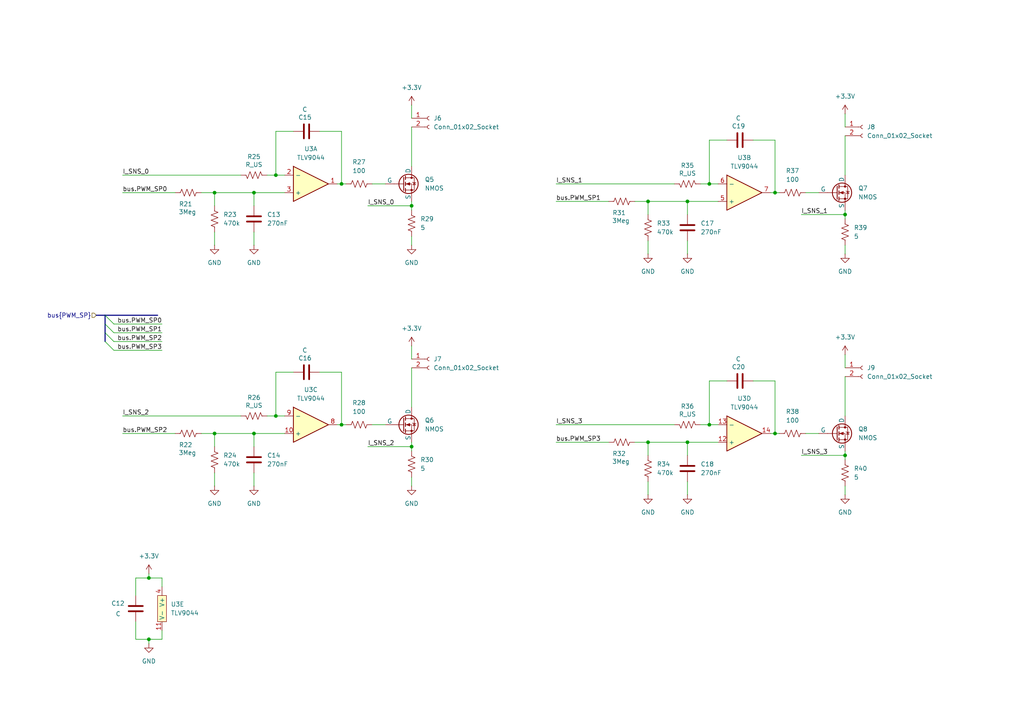
<source format=kicad_sch>
(kicad_sch (version 20231120) (generator "eeschema") (generator_version "8.0")
  (paper "A4")
  (lib_symbols
    (symbol "Connector:Conn_01x02_Socket" (pin_names (offset 1.016) hide)
      (property "Reference" "J" (at 0 2.54 0))
      (property "Value" "Conn_01x02_Socket" (at 0 -5.08 0))
      (symbol "Conn_01x02_Socket_1_1"
        (arc (start 0 -2.032) (mid -0.5058 -2.54) (end 0 -3.048) (stroke (width 0.1524)))
        (polyline (pts (xy -1.27 -2.54) (xy -0.508 -2.54)) (stroke (width 0.1524)))
        (polyline (pts (xy -1.27 0) (xy -0.508 0)) (stroke (width 0.1524)))
        (arc (start 0 0.508) (mid -0.5058 0) (end 0 -0.508) (stroke (width 0.1524)))
        (pin passive line (at -5.08 0 0) (length 3.81) (name "Pin_1") (number "1"))
        (pin passive line (at -5.08 -2.54 0) (length 3.81) (name "Pin_2") (number "2"))
      )
    )
    (symbol "Device:C" (pin_numbers hide) (pin_names (offset 0.254))
      (property "Reference" "C" (at 0.635 2.54 0))
      (property "Value" "C" (at 0.635 -2.54 0))
      (symbol "C_0_1"
        (polyline (pts (xy -2.032 -0.762) (xy 2.032 -0.762)) (stroke (width 0.508)))
        (polyline (pts (xy -2.032 0.762) (xy 2.032 0.762)) (stroke (width 0.508)))
      )
      (symbol "C_1_1"
        (pin passive line (at 0 3.81 270) (length 2.794) (name "~") (number "1"))
        (pin passive line (at 0 -3.81 90) (length 2.794) (name "~") (number "2"))
      )
    )
    (symbol "Device:R_US" (pin_numbers hide) (pin_names (offset 0))
      (property "Reference" "R" (at 2.54 0 90))
      (property "Value" "R_US" (at -2.54 0 90))
      (symbol "R_US_0_1"
        (polyline (pts (xy 0 -2.286) (xy 0 -2.54)))
        (polyline (pts (xy 0 2.286) (xy 0 2.54)))
        (polyline (pts (xy 0 -0.762) (xy 1.016 -1.143) (xy 0 -1.524) (xy -1.016 -1.905) (xy 0 -2.286)))
        (polyline (pts (xy 0 0.762) (xy 1.016 0.381) (xy 0 0) (xy -1.016 -0.381) (xy 0 -0.762)))
        (polyline (pts (xy 0 2.286) (xy 1.016 1.905) (xy 0 1.524) (xy -1.016 1.143) (xy 0 0.762)))
      )
      (symbol "R_US_1_1"
        (pin passive line (at 0 3.81 270) (length 1.27) (name "~") (number "1"))
        (pin passive line (at 0 -3.81 90) (length 1.27) (name "~") (number "2"))
      )
    )
    (symbol "Simulation_SPICE:NMOS" (pin_numbers hide) (pin_names (offset 0))
      (property "Reference" "Q" (at 5.08 1.27 0))
      (property "Value" "NMOS" (at 5.08 -1.27 0))
      (symbol "NMOS_0_1"
        (polyline (pts (xy 0.254 0) (xy -2.54 0)))
        (polyline (pts (xy 0.254 1.905) (xy 0.254 -1.905)) (stroke (width 0.254)))
        (polyline (pts (xy 0.762 -1.27) (xy 0.762 -2.286)) (stroke (width 0.254)))
        (polyline (pts (xy 0.762 0.508) (xy 0.762 -0.508)) (stroke (width 0.254)))
        (polyline (pts (xy 0.762 2.286) (xy 0.762 1.27)) (stroke (width 0.254)))
        (polyline (pts (xy 2.54 2.54) (xy 2.54 1.778)))
        (polyline (pts (xy 2.54 -2.54) (xy 2.54 0) (xy 0.762 0)))
        (polyline (pts (xy 0.762 -1.778) (xy 3.302 -1.778) (xy 3.302 1.778) (xy 0.762 1.778)))
        (polyline (pts (xy 1.016 0) (xy 2.032 0.381) (xy 2.032 -0.381) (xy 1.016 0)) (fill (type outline)))
        (polyline (pts (xy 2.794 0.508) (xy 2.921 0.381) (xy 3.683 0.381) (xy 3.81 0.254)))
        (polyline (pts (xy 3.302 0.381) (xy 2.921 -0.254) (xy 3.683 -0.254) (xy 3.302 0.381)))
        (circle (center 1.651 0) (radius 2.794) (stroke (width 0.254)))
        (circle (center 2.54 -1.778) (radius 0.254) (fill (type outline)))
        (circle (center 2.54 1.778) (radius 0.254) (fill (type outline)))
      )
      (symbol "NMOS_1_1"
        (pin passive line (at 2.54 5.08 270) (length 2.54) (name "D") (number "1"))
        (pin input line (at -5.08 0 0) (length 2.54) (name "G") (number "2"))
        (pin passive line (at 2.54 -5.08 90) (length 2.54) (name "S") (number "3"))
      )
    )
    (symbol "ap_built:TLV9044"
      (property "Reference" "U" (at 3.81 -2.54 0))
      (property "Value" "TLV9044" (at 6.35 -5.08 0))
      (symbol "TLV9044_1_1"
        (polyline (pts (xy -3.81 5.08) (xy 6.35 0) (xy -3.81 -5.08) (xy -3.81 5.08)) (stroke (width 0.254)) (fill (type background)))
        (pin output line (at 8.89 0 180) (length 2.54) (name "~") (number "1"))
        (pin input line (at -6.35 2.54 0) (length 2.54) (name "-") (number "2"))
        (pin input line (at -6.35 -2.54 0) (length 2.54) (name "+") (number "3"))
      )
      (symbol "TLV9044_2_1"
        (polyline (pts (xy -3.81 5.08) (xy 6.35 0) (xy -3.81 -5.08) (xy -3.81 5.08)) (stroke (width 0.254)) (fill (type background)))
        (pin input line (at -6.35 -2.54 0) (length 2.54) (name "+") (number "5"))
        (pin input line (at -6.35 2.54 0) (length 2.54) (name "-") (number "6"))
        (pin output line (at 8.89 0 180) (length 2.54) (name "~") (number "7"))
      )
      (symbol "TLV9044_3_1"
        (polyline (pts (xy -3.81 5.08) (xy 6.35 0) (xy -3.81 -5.08) (xy -3.81 5.08)) (stroke (width 0.254)) (fill (type background)))
        (pin input line (at -6.35 -2.54 0) (length 2.54) (name "+") (number "10"))
        (pin output line (at 8.89 0 180) (length 2.54) (name "~") (number "8"))
        (pin input line (at -6.35 2.54 0) (length 2.54) (name "-") (number "9"))
      )
      (symbol "TLV9044_4_1"
        (polyline (pts (xy -3.81 5.08) (xy 6.35 0) (xy -3.81 -5.08) (xy -3.81 5.08)) (stroke (width 0.254)) (fill (type background)))
        (pin input line (at -6.35 -2.54 0) (length 2.54) (name "+") (number "12"))
        (pin input line (at -6.35 2.54 0) (length 2.54) (name "-") (number "13"))
        (pin output line (at 8.89 0 180) (length 2.54) (name "~") (number "14"))
      )
      (symbol "TLV9044_5_1"
        (rectangle (start -1.27 3.81) (end 1.27 -3.81) (stroke (width 0.1524)) (fill (type background)))
        (pin input line (at 0 -6.35 90) (length 2.54) (name "V-") (number "11"))
        (pin input line (at 0 6.35 270) (length 2.54) (name "V+") (number "4"))
      )
    )
    (symbol "power:+3.3V" (power) (pin_numbers hide) (pin_names (offset 0) hide)
      (property "Value" "+3.3V" (at 0 3.556 0))
      (symbol "+3.3V_0_1"
        (polyline (pts (xy -0.762 1.27) (xy 0 2.54)))
        (polyline (pts (xy 0 0) (xy 0 2.54)))
        (polyline (pts (xy 0 2.54) (xy 0.762 1.27)))
      )
      (symbol "+3.3V_1_1"
        (pin power_in line (at 0 0 90) (length 0) (name "~") (number "1"))
      )
    )
    (symbol "power:GND" (power) (pin_numbers hide) (pin_names (offset 0) hide)
      (property "Value" "GND" (at 0 -3.81 0))
      (symbol "GND_0_1"
        (polyline (pts (xy 0 0) (xy 0 -1.27) (xy 1.27 -1.27) (xy 0 -2.54) (xy -1.27 -1.27) (xy 0 -1.27)))
      )
      (symbol "GND_1_1"
        (pin power_in line (at 0 0 270) (length 0) (name "~") (number "1"))
      )
    )
  )
  (junction (at 245.11 132.08))
  (junction (at 119.38 129.54))
  (junction (at 99.06 53.34))
  (junction (at 199.39 128.27))
  (junction (at 80.01 50.8))
  (junction (at 205.74 53.34))
  (junction (at 205.74 123.19))
  (junction (at 119.38 59.69))
  (junction (at 73.66 125.73))
  (junction (at 224.79 55.88))
  (junction (at 187.96 58.42))
  (junction (at 245.11 62.23))
  (junction (at 62.23 55.88))
  (junction (at 62.23 125.73))
  (junction (at 199.39 58.42))
  (junction (at 73.66 55.88))
  (junction (at 80.01 120.65))
  (junction (at 43.18 185.42))
  (junction (at 99.06 123.19))
  (junction (at 43.18 167.64))
  (junction (at 187.96 128.27))
  (junction (at 224.79 125.73))
  (bus_entry (at 30.48 96.52) (size 2.54 2.54))
  (bus_entry (at 30.48 99.06) (size 2.54 2.54))
  (bus_entry (at 30.48 91.44) (size 2.54 2.54))
  (bus_entry (at 30.48 93.98) (size 2.54 2.54))
  (wire (pts (xy 35.56 120.65) (xy 69.85 120.65)))
  (wire (pts (xy 119.38 128.27) (xy 119.38 129.54)))
  (wire (pts (xy 43.18 186.69) (xy 43.18 185.42)))
  (wire (pts (xy 161.29 58.42) (xy 176.53 58.42)))
  (wire (pts (xy 92.71 38.1) (xy 99.06 38.1)))
  (wire (pts (xy 33.02 96.52) (xy 46.99 96.52)))
  (wire (pts (xy 245.11 71.12) (xy 245.11 73.66)))
  (wire (pts (xy 199.39 132.08) (xy 199.39 128.27)))
  (wire (pts (xy 43.18 166.37) (xy 43.18 167.64)))
  (wire (pts (xy 119.38 100.33) (xy 119.38 104.14)))
  (wire (pts (xy 107.95 123.19) (xy 111.76 123.19)))
  (wire (pts (xy 35.56 125.73) (xy 50.8 125.73)))
  (wire (pts (xy 97.79 53.34) (xy 99.06 53.34)))
  (wire (pts (xy 119.38 58.42) (xy 119.38 59.69)))
  (wire (pts (xy 35.56 50.8) (xy 69.85 50.8)))
  (wire (pts (xy 80.01 38.1) (xy 80.01 50.8)))
  (wire (pts (xy 58.42 55.88) (xy 62.23 55.88)))
  (wire (pts (xy 224.79 55.88) (xy 226.06 55.88)))
  (wire (pts (xy 62.23 59.69) (xy 62.23 55.88)))
  (wire (pts (xy 184.15 128.27) (xy 187.96 128.27)))
  (wire (pts (xy 33.02 99.06) (xy 46.99 99.06)))
  (wire (pts (xy 232.41 62.23) (xy 245.11 62.23)))
  (wire (pts (xy 233.68 55.88) (xy 237.49 55.88)))
  (wire (pts (xy 233.68 125.73) (xy 237.49 125.73)))
  (wire (pts (xy 73.66 71.12) (xy 73.66 67.31)))
  (wire (pts (xy 119.38 59.69) (xy 119.38 60.96)))
  (wire (pts (xy 58.42 125.73) (xy 62.23 125.73)))
  (wire (pts (xy 85.09 38.1) (xy 80.01 38.1)))
  (wire (pts (xy 33.02 101.6) (xy 46.99 101.6)))
  (wire (pts (xy 199.39 62.23) (xy 199.39 58.42)))
  (wire (pts (xy 80.01 50.8) (xy 82.55 50.8)))
  (wire (pts (xy 99.06 107.95) (xy 99.06 123.19)))
  (wire (pts (xy 33.02 93.98) (xy 46.99 93.98)))
  (wire (pts (xy 85.09 107.95) (xy 80.01 107.95)))
  (wire (pts (xy 205.74 110.49) (xy 205.74 123.19)))
  (wire (pts (xy 203.2 123.19) (xy 205.74 123.19)))
  (wire (pts (xy 62.23 55.88) (xy 73.66 55.88)))
  (wire (pts (xy 223.52 125.73) (xy 224.79 125.73)))
  (wire (pts (xy 199.39 143.51) (xy 199.39 139.7)))
  (wire (pts (xy 205.74 53.34) (xy 208.28 53.34)))
  (wire (pts (xy 199.39 73.66) (xy 199.39 69.85)))
  (wire (pts (xy 245.11 39.37) (xy 245.11 50.8)))
  (wire (pts (xy 199.39 128.27) (xy 208.28 128.27)))
  (wire (pts (xy 62.23 140.97) (xy 62.23 137.16)))
  (bus (pts (xy 30.48 93.98) (xy 30.48 96.52)))
  (wire (pts (xy 39.37 172.72) (xy 39.37 167.64)))
  (wire (pts (xy 106.68 129.54) (xy 119.38 129.54)))
  (wire (pts (xy 46.99 167.64) (xy 46.99 170.18)))
  (wire (pts (xy 245.11 109.22) (xy 245.11 120.65)))
  (wire (pts (xy 224.79 110.49) (xy 224.79 125.73)))
  (wire (pts (xy 73.66 55.88) (xy 82.55 55.88)))
  (wire (pts (xy 43.18 167.64) (xy 46.99 167.64)))
  (wire (pts (xy 77.47 50.8) (xy 80.01 50.8)))
  (wire (pts (xy 97.79 123.19) (xy 99.06 123.19)))
  (wire (pts (xy 187.96 73.66) (xy 187.96 69.85)))
  (wire (pts (xy 119.38 138.43) (xy 119.38 140.97)))
  (wire (pts (xy 107.95 53.34) (xy 111.76 53.34)))
  (wire (pts (xy 99.06 123.19) (xy 100.33 123.19)))
  (wire (pts (xy 232.41 132.08) (xy 245.11 132.08)))
  (wire (pts (xy 218.44 40.64) (xy 224.79 40.64)))
  (wire (pts (xy 62.23 71.12) (xy 62.23 67.31)))
  (wire (pts (xy 223.52 55.88) (xy 224.79 55.88)))
  (wire (pts (xy 184.15 58.42) (xy 187.96 58.42)))
  (wire (pts (xy 199.39 58.42) (xy 208.28 58.42)))
  (wire (pts (xy 161.29 128.27) (xy 176.53 128.27)))
  (wire (pts (xy 73.66 129.54) (xy 73.66 125.73)))
  (wire (pts (xy 99.06 53.34) (xy 100.33 53.34)))
  (wire (pts (xy 245.11 132.08) (xy 245.11 133.35)))
  (bus (pts (xy 27.94 91.44) (xy 30.48 91.44)))
  (wire (pts (xy 39.37 185.42) (xy 43.18 185.42)))
  (wire (pts (xy 205.74 40.64) (xy 205.74 53.34)))
  (wire (pts (xy 73.66 59.69) (xy 73.66 55.88)))
  (wire (pts (xy 62.23 129.54) (xy 62.23 125.73)))
  (wire (pts (xy 187.96 62.23) (xy 187.96 58.42)))
  (wire (pts (xy 161.29 53.34) (xy 195.58 53.34)))
  (wire (pts (xy 210.82 40.64) (xy 205.74 40.64)))
  (wire (pts (xy 187.96 128.27) (xy 199.39 128.27)))
  (wire (pts (xy 39.37 167.64) (xy 43.18 167.64)))
  (wire (pts (xy 224.79 125.73) (xy 226.06 125.73)))
  (wire (pts (xy 119.38 30.48) (xy 119.38 34.29)))
  (wire (pts (xy 73.66 140.97) (xy 73.66 137.16)))
  (wire (pts (xy 245.11 102.87) (xy 245.11 106.68)))
  (wire (pts (xy 245.11 62.23) (xy 245.11 63.5)))
  (wire (pts (xy 80.01 107.95) (xy 80.01 120.65)))
  (wire (pts (xy 119.38 129.54) (xy 119.38 130.81)))
  (wire (pts (xy 224.79 40.64) (xy 224.79 55.88)))
  (wire (pts (xy 119.38 36.83) (xy 119.38 48.26)))
  (wire (pts (xy 187.96 143.51) (xy 187.96 139.7)))
  (wire (pts (xy 161.29 123.19) (xy 195.58 123.19)))
  (wire (pts (xy 43.18 185.42) (xy 46.99 185.42)))
  (wire (pts (xy 77.47 120.65) (xy 80.01 120.65)))
  (wire (pts (xy 106.68 59.69) (xy 119.38 59.69)))
  (bus (pts (xy 30.48 91.44) (xy 45.72 91.44)))
  (bus (pts (xy 30.48 91.44) (xy 30.48 93.98)))
  (wire (pts (xy 203.2 53.34) (xy 205.74 53.34)))
  (wire (pts (xy 245.11 130.81) (xy 245.11 132.08)))
  (wire (pts (xy 119.38 68.58) (xy 119.38 71.12)))
  (wire (pts (xy 187.96 58.42) (xy 199.39 58.42)))
  (wire (pts (xy 245.11 33.02) (xy 245.11 36.83)))
  (wire (pts (xy 46.99 185.42) (xy 46.99 182.88)))
  (wire (pts (xy 92.71 107.95) (xy 99.06 107.95)))
  (wire (pts (xy 62.23 125.73) (xy 73.66 125.73)))
  (wire (pts (xy 35.56 55.88) (xy 50.8 55.88)))
  (wire (pts (xy 245.11 60.96) (xy 245.11 62.23)))
  (wire (pts (xy 73.66 125.73) (xy 82.55 125.73)))
  (wire (pts (xy 218.44 110.49) (xy 224.79 110.49)))
  (wire (pts (xy 205.74 123.19) (xy 208.28 123.19)))
  (wire (pts (xy 80.01 120.65) (xy 82.55 120.65)))
  (wire (pts (xy 99.06 38.1) (xy 99.06 53.34)))
  (wire (pts (xy 39.37 180.34) (xy 39.37 185.42)))
  (wire (pts (xy 210.82 110.49) (xy 205.74 110.49)))
  (wire (pts (xy 119.38 106.68) (xy 119.38 118.11)))
  (wire (pts (xy 187.96 132.08) (xy 187.96 128.27)))
  (bus (pts (xy 30.48 96.52) (xy 30.48 99.06)))
  (wire (pts (xy 245.11 140.97) (xy 245.11 143.51)))
  (label "I_SNS_3" (at 232.41 132.08 0))
  (label "bus.PWM_SP1" (at 46.99 96.52 180))
  (label "bus.PWM_SP2" (at 35.56 125.73 0))
  (label "bus.PWM_SP0" (at 35.56 55.88 0))
  (label "bus.PWM_SP2" (at 46.99 99.06 180))
  (label "bus.PWM_SP3" (at 46.99 101.6 180))
  (label "I_SNS_2" (at 106.68 129.54 0))
  (label "I_SNS_1" (at 232.41 62.23 0))
  (label "bus.PWM_SP1" (at 161.29 58.42 0))
  (label "I_SNS_3" (at 161.29 123.19 0))
  (label "I_SNS_1" (at 161.29 53.34 0))
  (label "I_SNS_0" (at 35.56 50.8 0))
  (label "bus.PWM_SP0" (at 46.99 93.98 180))
  (label "bus.PWM_SP3" (at 161.29 128.27 0))
  (label "I_SNS_0" (at 106.68 59.69 0))
  (label "I_SNS_2" (at 35.56 120.65 0))
  (hierarchical_label "bus{PWM_SP}" (shape input) (at 27.94 91.44 180))
  (symbol (lib_id "Device:C") (at 39.37 176.53 0) (unit 1)
    (property "Reference" "C12" (at 32.258 175.006 0) (effects (justify left)))
    (property "Value" "C" (at 33.528 178.054 0) (effects (justify left)))
    (property "Footprint" "Capacitor_SMD:C_0603_1608Metric" (effects (hide yes)))
    (property "Description" "Unpolarized capacitor" (effects (hide yes)))
    (instances (project "SMA_Test_Bed" (path "" (reference "C12") (unit 1)) (path "" (reference "C30") (unit 1)) (path "" (reference "C21") (unit 1)) (path "" (reference "C3") (unit 1))))
  )
  (symbol (lib_id "Device:C") (at 73.66 63.5 0) (unit 1)
    (property "Reference" "C13" (at 77.47 62.2299 0) (effects (justify left)))
    (property "Value" "270nF" (at 77.47 64.7699 0) (effects (justify left)))
    (property "Footprint" "Capacitor_SMD:C_0603_1608Metric" (effects (hide yes)))
    (property "Description" "Unpolarized capacitor" (effects (hide yes)))
    (instances (project "SMA_Test_Bed" (path "" (reference "C13") (unit 1)) (path "" (reference "C31") (unit 1)) (path "" (reference "C22") (unit 1)) (path "" (reference "C4") (unit 1))))
  )
  (symbol (lib_id "Simulation_SPICE:NMOS") (at 242.57 125.73 0) (unit 1)
    (property "Reference" "Q8" (at 248.92 124.4599 0) (effects (justify left)))
    (property "Value" "NMOS" (at 248.92 126.9999 0) (effects (justify left)))
    (property "Footprint" "Package_TO_SOT_SMD:SOT-23-3" (effects (hide yes)))
    (property "Datasheet" "https://ngspice.sourceforge.io/docs/ngspice-html-manual/manual.xhtml#cha_MOSFETs" (effects (hide yes)))
    (property "Description" "N-MOSFET transistor, drain/source/gate" (effects (hide yes)))
    (property "Sim.Device" "NMOS" (effects (hide yes)))
    (property "Sim.Type" "VDMOS" (effects (hide yes)))
    (property "Sim.Pins" "1=D 2=G 3=S" (effects (hide yes)))
    (instances (project "SMA_Test_Bed" (path "" (reference "Q8") (unit 1)) (path "" (reference "Q16") (unit 1)) (path "" (reference "Q12") (unit 1)) (path "" (reference "Q4") (unit 1))))
  )
  (symbol (lib_id "Device:R_US") (at 187.96 135.89 0) (unit 1)
    (property "Reference" "R34" (at 190.5 134.6199 0) (effects (justify left)))
    (property "Value" "470k" (at 190.5 137.1599 0) (effects (justify left)))
    (property "Footprint" "Resistor_SMD:R_0603_1608Metric" (effects (hide yes)))
    (property "Description" "Resistor, US symbol" (effects (hide yes)))
    (instances (project "SMA_Test_Bed" (path "" (reference "R34") (unit 1)) (path "" (reference "R74") (unit 1)) (path "" (reference "R54") (unit 1)) (path "" (reference "R14") (unit 1))))
  )
  (symbol (lib_id "Device:C") (at 88.9 38.1 90) (unit 1)
    (property "Reference" "C15" (at 90.424 34.036 90) (effects (justify left)))
    (property "Value" "C" (at 89.154 31.75 90) (effects (justify left)))
    (property "Footprint" "Capacitor_SMD:C_0603_1608Metric" (effects (hide yes)))
    (property "Description" "Unpolarized capacitor" (effects (hide yes)))
    (instances (project "SMA_Test_Bed" (path "" (reference "C15") (unit 1)) (path "" (reference "C33") (unit 1)) (path "" (reference "C24") (unit 1)) (path "" (reference "C6") (unit 1))))
  )
  (symbol (lib_id "power:+3.3V") (at 119.38 30.48 0) (unit 1)
    (property "Reference" "#PWR016" (effects (hide yes)))
    (property "Value" "+3.3V" (at 119.38 25.4 0))
    (property "Description" "Power symbol creates a global label with name \"+3.3V\"" (effects (hide yes)))
    (instances (project "SMA_Test_Bed" (path "" (reference "#PWR016") (unit 1)) (path "" (reference "#PWR024") (unit 1)) (path "" (reference "#PWR018") (unit 1)) (path "" (reference "#PWR07") (unit 1))))
  )
  (symbol (lib_id "Device:R_US") (at 245.11 67.31 180) (unit 1)
    (property "Reference" "R39" (at 247.65 66.0399 0) (effects (justify right)))
    (property "Value" "5" (at 247.65 68.5799 0) (effects (justify right)))
    (property "Footprint" "Resistor_SMD:R_0603_1608Metric" (effects (hide yes)))
    (property "Description" "Resistor, US symbol" (effects (hide yes)))
    (instances (project "SMA_Test_Bed" (path "" (reference "R39") (unit 1)) (path "" (reference "R79") (unit 1)) (path "" (reference "R59") (unit 1)) (path "" (reference "R19") (unit 1))))
  )
  (symbol (lib_id "ap_built:TLV9044") (at 214.63 55.88 0) (unit 2)
    (property "Reference" "U3" (at 215.9 45.72 0))
    (property "Value" "TLV9044" (at 215.9 48.26 0))
    (property "Footprint" "Package_SO:SOIC-14_3.9x8.7mm_P1.27mm" (effects (hide yes)))
    (instances (project "SMA_Test_Bed" (path "" (reference "U3") (unit 2)) (path "" (reference "U5") (unit 2)) (path "" (reference "U4") (unit 2)) (path "" (reference "U2") (unit 2))))
  )
  (symbol (lib_id "Connector:Conn_01x02_Socket") (at 124.46 34.29 0) (unit 1)
    (property "Reference" "J6" (at 125.73 34.2899 0) (effects (justify left)))
    (property "Value" "Conn_01x02_Socket" (at 125.73 36.8299 0) (effects (justify left)))
    (property "Footprint" "ap_built:SMA_MHs_Small" (effects (hide yes)))
    (property "Description" "Generic connector, single row, 01x02, script generated" (effects (hide yes)))
    (instances (project "SMA_Test_Bed" (path "" (reference "J6") (unit 1)) (path "" (reference "J14") (unit 1)) (path "" (reference "J10") (unit 1)) (path "" (reference "J2") (unit 1))))
  )
  (symbol (lib_id "Device:C") (at 199.39 135.89 0) (unit 1)
    (property "Reference" "C18" (at 203.2 134.6199 0) (effects (justify left)))
    (property "Value" "270nF" (at 203.2 137.1599 0) (effects (justify left)))
    (property "Footprint" "Capacitor_SMD:C_0603_1608Metric" (effects (hide yes)))
    (property "Description" "Unpolarized capacitor" (effects (hide yes)))
    (instances (project "SMA_Test_Bed" (path "" (reference "C18") (unit 1)) (path "" (reference "C36") (unit 1)) (path "" (reference "C27") (unit 1)) (path "" (reference "C9") (unit 1))))
  )
  (symbol (lib_id "ap_built:TLV9044") (at 214.63 125.73 0) (unit 4)
    (property "Reference" "U3" (at 215.9 115.57 0))
    (property "Value" "TLV9044" (at 215.9 118.11 0))
    (property "Footprint" "Package_SO:SOIC-14_3.9x8.7mm_P1.27mm" (effects (hide yes)))
    (instances (project "SMA_Test_Bed" (path "" (reference "U3") (unit 4)) (path "" (reference "U5") (unit 4)) (path "" (reference "U4") (unit 4)) (path "" (reference "U2") (unit 4))))
  )
  (symbol (lib_id "Device:C") (at 214.63 110.49 90) (unit 1)
    (property "Reference" "C20" (at 216.154 106.426 90) (effects (justify left)))
    (property "Value" "C" (at 214.884 104.14 90) (effects (justify left)))
    (property "Footprint" "Capacitor_SMD:C_0603_1608Metric" (effects (hide yes)))
    (property "Description" "Unpolarized capacitor" (effects (hide yes)))
    (instances (project "SMA_Test_Bed" (path "" (reference "C20") (unit 1)) (path "" (reference "C38") (unit 1)) (path "" (reference "C29") (unit 1)) (path "" (reference "C11") (unit 1))))
  )
  (symbol (lib_id "power:+3.3V") (at 245.11 33.02 0) (unit 1)
    (property "Reference" "#PWR052" (effects (hide yes)))
    (property "Value" "+3.3V" (at 245.11 27.94 0))
    (property "Description" "Power symbol creates a global label with name \"+3.3V\"" (effects (hide yes)))
    (instances (project "SMA_Test_Bed" (path "" (reference "#PWR052") (unit 1)) (path "" (reference "#PWR060") (unit 1)) (path "" (reference "#PWR054") (unit 1)) (path "" (reference "#PWR044") (unit 1))))
  )
  (symbol (lib_id "power:GND") (at 73.66 71.12 0) (unit 1)
    (property "Reference" "#PWR032" (effects (hide yes)))
    (property "Value" "GND" (at 73.66 76.2 0))
    (property "Description" "Power symbol creates a global label with name \"GND\" , ground" (effects (hide yes)))
    (instances (project "SMA_Test_Bed" (path "" (reference "#PWR032") (unit 1)) (path "" (reference "#PWR068") (unit 1)) (path "" (reference "#PWR050") (unit 1)) (path "" (reference "#PWR014") (unit 1))))
  )
  (symbol (lib_id "power:GND") (at 73.66 140.97 0) (unit 1)
    (property "Reference" "#PWR033" (effects (hide yes)))
    (property "Value" "GND" (at 73.66 146.05 0))
    (property "Description" "Power symbol creates a global label with name \"GND\" , ground" (effects (hide yes)))
    (instances (project "SMA_Test_Bed" (path "" (reference "#PWR033") (unit 1)) (path "" (reference "#PWR069") (unit 1)) (path "" (reference "#PWR051") (unit 1)) (path "" (reference "#PWR015") (unit 1))))
  )
  (symbol (lib_id "ap_built:TLV9044") (at 88.9 123.19 0) (unit 3)
    (property "Reference" "U3" (at 90.17 113.03 0))
    (property "Value" "TLV9044" (at 90.17 115.57 0))
    (property "Footprint" "Package_SO:SOIC-14_3.9x8.7mm_P1.27mm" (effects (hide yes)))
    (instances (project "SMA_Test_Bed" (path "" (reference "U3") (unit 3)) (path "" (reference "U5") (unit 3)) (path "" (reference "U4") (unit 3)) (path "" (reference "U2") (unit 3))))
  )
  (symbol (lib_id "Connector:Conn_01x02_Socket") (at 250.19 106.68 0) (unit 1)
    (property "Reference" "J9" (at 251.46 106.6799 0) (effects (justify left)))
    (property "Value" "Conn_01x02_Socket" (at 251.46 109.2199 0) (effects (justify left)))
    (property "Footprint" "ap_built:SMA_MHs_Small" (effects (hide yes)))
    (property "Description" "Generic connector, single row, 01x02, script generated" (effects (hide yes)))
    (instances (project "SMA_Test_Bed" (path "" (reference "J9") (unit 1)) (path "" (reference "J17") (unit 1)) (path "" (reference "J13") (unit 1)) (path "" (reference "J5") (unit 1))))
  )
  (symbol (lib_id "Device:R_US") (at 104.14 123.19 90) (unit 1)
    (property "Reference" "R28" (at 104.14 116.84 90))
    (property "Value" "100" (at 104.14 119.38 90))
    (property "Footprint" "Resistor_SMD:R_0603_1608Metric" (effects (hide yes)))
    (property "Description" "Resistor, US symbol" (effects (hide yes)))
    (instances (project "SMA_Test_Bed" (path "" (reference "R28") (unit 1)) (path "" (reference "R68") (unit 1)) (path "" (reference "R48") (unit 1)) (path "" (reference "R8") (unit 1))))
  )
  (symbol (lib_id "ap_built:TLV9044") (at 46.99 176.53 0) (unit 5)
    (property "Reference" "U3" (at 49.53 175.2599 0) (effects (justify left)))
    (property "Value" "TLV9044" (at 49.53 177.7999 0) (effects (justify left)))
    (property "Footprint" "Package_SO:SOIC-14_3.9x8.7mm_P1.27mm" (effects (hide yes)))
    (instances (project "SMA_Test_Bed" (path "" (reference "U3") (unit 5)) (path "" (reference "U5") (unit 5)) (path "" (reference "U4") (unit 5)) (path "" (reference "U2") (unit 5))))
  )
  (symbol (lib_id "power:GND") (at 119.38 140.97 0) (unit 1)
    (property "Reference" "#PWR037" (effects (hide yes)))
    (property "Value" "GND" (at 119.38 146.05 0))
    (property "Description" "Power symbol creates a global label with name \"GND\" , ground" (effects (hide yes)))
    (instances (project "SMA_Test_Bed" (path "" (reference "#PWR037") (unit 1)) (path "" (reference "#PWR073") (unit 1)) (path "" (reference "#PWR055") (unit 1)) (path "" (reference "#PWR019") (unit 1))))
  )
  (symbol (lib_id "Simulation_SPICE:NMOS") (at 116.84 123.19 0) (unit 1)
    (property "Reference" "Q6" (at 123.19 121.9199 0) (effects (justify left)))
    (property "Value" "NMOS" (at 123.19 124.4599 0) (effects (justify left)))
    (property "Footprint" "Package_TO_SOT_SMD:SOT-23-3" (effects (hide yes)))
    (property "Datasheet" "https://ngspice.sourceforge.io/docs/ngspice-html-manual/manual.xhtml#cha_MOSFETs" (effects (hide yes)))
    (property "Description" "N-MOSFET transistor, drain/source/gate" (effects (hide yes)))
    (property "Sim.Device" "NMOS" (effects (hide yes)))
    (property "Sim.Type" "VDMOS" (effects (hide yes)))
    (property "Sim.Pins" "1=D 2=G 3=S" (effects (hide yes)))
    (instances (project "SMA_Test_Bed" (path "" (reference "Q6") (unit 1)) (path "" (reference "Q14") (unit 1)) (path "" (reference "Q10") (unit 1)) (path "" (reference "Q2") (unit 1))))
  )
  (symbol (lib_id "Simulation_SPICE:NMOS") (at 116.84 53.34 0) (unit 1)
    (property "Reference" "Q5" (at 123.19 52.0699 0) (effects (justify left)))
    (property "Value" "NMOS" (at 123.19 54.6099 0) (effects (justify left)))
    (property "Footprint" "Package_TO_SOT_SMD:SOT-23-3" (effects (hide yes)))
    (property "Datasheet" "https://ngspice.sourceforge.io/docs/ngspice-html-manual/manual.xhtml#cha_MOSFETs" (effects (hide yes)))
    (property "Description" "N-MOSFET transistor, drain/source/gate" (effects (hide yes)))
    (property "Sim.Device" "NMOS" (effects (hide yes)))
    (property "Sim.Type" "VDMOS" (effects (hide yes)))
    (property "Sim.Pins" "1=D 2=G 3=S" (effects (hide yes)))
    (instances (project "SMA_Test_Bed" (path "" (reference "Q5") (unit 1)) (path "" (reference "Q13") (unit 1)) (path "" (reference "Q9") (unit 1)) (path "" (reference "Q1") (unit 1))))
  )
  (symbol (lib_id "Device:R_US") (at 199.39 53.34 90) (mirror x) (unit 1)
    (property "Reference" "R35" (at 199.39 48.006 90))
    (property "Value" "R_US" (at 199.39 50.292 90))
    (property "Footprint" "Resistor_SMD:R_0603_1608Metric" (effects (hide yes)))
    (property "Description" "Resistor, US symbol" (effects (hide yes)))
    (instances (project "SMA_Test_Bed" (path "" (reference "R35") (unit 1)) (path "" (reference "R75") (unit 1)) (path "" (reference "R55") (unit 1)) (path "" (reference "R15") (unit 1))))
  )
  (symbol (lib_id "power:+3.3V") (at 119.38 100.33 0) (unit 1)
    (property "Reference" "#PWR034" (effects (hide yes)))
    (property "Value" "+3.3V" (at 119.38 95.25 0))
    (property "Description" "Power symbol creates a global label with name \"+3.3V\"" (effects (hide yes)))
    (instances (project "SMA_Test_Bed" (path "" (reference "#PWR034") (unit 1)) (path "" (reference "#PWR042") (unit 1)) (path "" (reference "#PWR036") (unit 1)) (path "" (reference "#PWR026") (unit 1))))
  )
  (symbol (lib_id "power:GND") (at 199.39 143.51 0) (unit 1)
    (property "Reference" "#PWR041" (effects (hide yes)))
    (property "Value" "GND" (at 199.39 148.59 0))
    (property "Description" "Power symbol creates a global label with name \"GND\" , ground" (effects (hide yes)))
    (instances (project "SMA_Test_Bed" (path "" (reference "#PWR041") (unit 1)) (path "" (reference "#PWR077") (unit 1)) (path "" (reference "#PWR059") (unit 1)) (path "" (reference "#PWR023") (unit 1))))
  )
  (symbol (lib_id "power:GND") (at 119.38 71.12 0) (unit 1)
    (property "Reference" "#PWR035" (effects (hide yes)))
    (property "Value" "GND" (at 119.38 76.2 0))
    (property "Description" "Power symbol creates a global label with name \"GND\" , ground" (effects (hide yes)))
    (instances (project "SMA_Test_Bed" (path "" (reference "#PWR035") (unit 1)) (path "" (reference "#PWR071") (unit 1)) (path "" (reference "#PWR053") (unit 1)) (path "" (reference "#PWR017") (unit 1))))
  )
  (symbol (lib_id "power:+3.3V") (at 245.11 102.87 0) (unit 1)
    (property "Reference" "#PWR070" (effects (hide yes)))
    (property "Value" "+3.3V" (at 245.11 97.79 0))
    (property "Description" "Power symbol creates a global label with name \"+3.3V\"" (effects (hide yes)))
    (instances (project "SMA_Test_Bed" (path "" (reference "#PWR070") (unit 1)) (path "" (reference "#PWR078") (unit 1)) (path "" (reference "#PWR072") (unit 1)) (path "" (reference "#PWR062") (unit 1))))
  )
  (symbol (lib_id "Device:R_US") (at 54.61 125.73 270) (unit 1)
    (property "Reference" "R22" (at 53.848 129.032 90))
    (property "Value" "3Meg" (at 54.356 131.318 90))
    (property "Footprint" "Resistor_SMD:R_0603_1608Metric" (effects (hide yes)))
    (property "Description" "Resistor, US symbol" (effects (hide yes)))
    (instances (project "SMA_Test_Bed" (path "" (reference "R22") (unit 1)) (path "" (reference "R62") (unit 1)) (path "" (reference "R42") (unit 1)) (path "" (reference "R2") (unit 1))))
  )
  (symbol (lib_id "Device:R_US") (at 62.23 63.5 0) (unit 1)
    (property "Reference" "R23" (at 64.77 62.2299 0) (effects (justify left)))
    (property "Value" "470k" (at 64.77 64.7699 0) (effects (justify left)))
    (property "Footprint" "Resistor_SMD:R_0603_1608Metric" (effects (hide yes)))
    (property "Description" "Resistor, US symbol" (effects (hide yes)))
    (instances (project "SMA_Test_Bed" (path "" (reference "R23") (unit 1)) (path "" (reference "R63") (unit 1)) (path "" (reference "R43") (unit 1)) (path "" (reference "R3") (unit 1))))
  )
  (symbol (lib_id "Device:R_US") (at 119.38 134.62 180) (unit 1)
    (property "Reference" "R30" (at 121.92 133.3499 0) (effects (justify right)))
    (property "Value" "5" (at 121.92 135.8899 0) (effects (justify right)))
    (property "Footprint" "Resistor_SMD:R_0603_1608Metric" (effects (hide yes)))
    (property "Description" "Resistor, US symbol" (effects (hide yes)))
    (instances (project "SMA_Test_Bed" (path "" (reference "R30") (unit 1)) (path "" (reference "R70") (unit 1)) (path "" (reference "R50") (unit 1)) (path "" (reference "R10") (unit 1))))
  )
  (symbol (lib_id "ap_built:TLV9044") (at 88.9 53.34 0) (unit 1)
    (property "Reference" "U3" (at 90.17 43.18 0))
    (property "Value" "TLV9044" (at 90.17 45.72 0))
    (property "Footprint" "Package_SO:SOIC-14_3.9x8.7mm_P1.27mm" (effects (hide yes)))
    (instances (project "SMA_Test_Bed" (path "" (reference "U3") (unit 1)) (path "" (reference "U5") (unit 1)) (path "" (reference "U4") (unit 1)) (path "" (reference "U2") (unit 1))))
  )
  (symbol (lib_id "power:GND") (at 62.23 140.97 0) (unit 1)
    (property "Reference" "#PWR031" (effects (hide yes)))
    (property "Value" "GND" (at 62.23 146.05 0))
    (property "Description" "Power symbol creates a global label with name \"GND\" , ground" (effects (hide yes)))
    (instances (project "SMA_Test_Bed" (path "" (reference "#PWR031") (unit 1)) (path "" (reference "#PWR067") (unit 1)) (path "" (reference "#PWR049") (unit 1)) (path "" (reference "#PWR013") (unit 1))))
  )
  (symbol (lib_id "Device:R_US") (at 187.96 66.04 0) (unit 1)
    (property "Reference" "R33" (at 190.5 64.7699 0) (effects (justify left)))
    (property "Value" "470k" (at 190.5 67.3099 0) (effects (justify left)))
    (property "Footprint" "Resistor_SMD:R_0603_1608Metric" (effects (hide yes)))
    (property "Description" "Resistor, US symbol" (effects (hide yes)))
    (instances (project "SMA_Test_Bed" (path "" (reference "R33") (unit 1)) (path "" (reference "R73") (unit 1)) (path "" (reference "R53") (unit 1)) (path "" (reference "R13") (unit 1))))
  )
  (symbol (lib_id "power:GND") (at 43.18 186.69 0) (unit 1)
    (property "Reference" "#PWR029" (effects (hide yes)))
    (property "Value" "GND" (at 43.18 191.77 0))
    (property "Description" "Power symbol creates a global label with name \"GND\" , ground" (effects (hide yes)))
    (instances (project "SMA_Test_Bed" (path "" (reference "#PWR029") (unit 1)) (path "" (reference "#PWR065") (unit 1)) (path "" (reference "#PWR047") (unit 1)) (path "" (reference "#PWR011") (unit 1))))
  )
  (symbol (lib_id "Device:R_US") (at 104.14 53.34 90) (unit 1)
    (property "Reference" "R27" (at 104.14 46.99 90))
    (property "Value" "100" (at 104.14 49.53 90))
    (property "Footprint" "Resistor_SMD:R_0603_1608Metric" (effects (hide yes)))
    (property "Description" "Resistor, US symbol" (effects (hide yes)))
    (instances (project "SMA_Test_Bed" (path "" (reference "R27") (unit 1)) (path "" (reference "R67") (unit 1)) (path "" (reference "R47") (unit 1)) (path "" (reference "R7") (unit 1))))
  )
  (symbol (lib_id "Device:R_US") (at 73.66 120.65 90) (mirror x) (unit 1)
    (property "Reference" "R26" (at 73.66 115.316 90))
    (property "Value" "R_US" (at 73.66 117.602 90))
    (property "Footprint" "Resistor_SMD:R_0603_1608Metric" (effects (hide yes)))
    (property "Description" "Resistor, US symbol" (effects (hide yes)))
    (instances (project "SMA_Test_Bed" (path "" (reference "R26") (unit 1)) (path "" (reference "R66") (unit 1)) (path "" (reference "R46") (unit 1)) (path "" (reference "R6") (unit 1))))
  )
  (symbol (lib_id "Device:R_US") (at 62.23 133.35 0) (unit 1)
    (property "Reference" "R24" (at 64.77 132.0799 0) (effects (justify left)))
    (property "Value" "470k" (at 64.77 134.6199 0) (effects (justify left)))
    (property "Footprint" "Resistor_SMD:R_0603_1608Metric" (effects (hide yes)))
    (property "Description" "Resistor, US symbol" (effects (hide yes)))
    (instances (project "SMA_Test_Bed" (path "" (reference "R24") (unit 1)) (path "" (reference "R64") (unit 1)) (path "" (reference "R44") (unit 1)) (path "" (reference "R4") (unit 1))))
  )
  (symbol (lib_id "power:GND") (at 187.96 143.51 0) (unit 1)
    (property "Reference" "#PWR039" (effects (hide yes)))
    (property "Value" "GND" (at 187.96 148.59 0))
    (property "Description" "Power symbol creates a global label with name \"GND\" , ground" (effects (hide yes)))
    (instances (project "SMA_Test_Bed" (path "" (reference "#PWR039") (unit 1)) (path "" (reference "#PWR075") (unit 1)) (path "" (reference "#PWR057") (unit 1)) (path "" (reference "#PWR021") (unit 1))))
  )
  (symbol (lib_id "Device:R_US") (at 73.66 50.8 90) (mirror x) (unit 1)
    (property "Reference" "R25" (at 73.66 45.466 90))
    (property "Value" "R_US" (at 73.66 47.752 90))
    (property "Footprint" "Resistor_SMD:R_0603_1608Metric" (effects (hide yes)))
    (property "Description" "Resistor, US symbol" (effects (hide yes)))
    (instances (project "SMA_Test_Bed" (path "" (reference "R25") (unit 1)) (path "" (reference "R65") (unit 1)) (path "" (reference "R45") (unit 1)) (path "" (reference "R5") (unit 1))))
  )
  (symbol (lib_id "Device:R_US") (at 180.34 128.27 270) (unit 1)
    (property "Reference" "R32" (at 179.578 131.572 90))
    (property "Value" "3Meg" (at 180.086 133.858 90))
    (property "Footprint" "Resistor_SMD:R_0603_1608Metric" (effects (hide yes)))
    (property "Description" "Resistor, US symbol" (effects (hide yes)))
    (instances (project "SMA_Test_Bed" (path "" (reference "R32") (unit 1)) (path "" (reference "R72") (unit 1)) (path "" (reference "R52") (unit 1)) (path "" (reference "R12") (unit 1))))
  )
  (symbol (lib_id "Device:R_US") (at 229.87 125.73 90) (unit 1)
    (property "Reference" "R38" (at 229.87 119.38 90))
    (property "Value" "100" (at 229.87 121.92 90))
    (property "Footprint" "Resistor_SMD:R_0603_1608Metric" (effects (hide yes)))
    (property "Description" "Resistor, US symbol" (effects (hide yes)))
    (instances (project "SMA_Test_Bed" (path "" (reference "R38") (unit 1)) (path "" (reference "R78") (unit 1)) (path "" (reference "R58") (unit 1)) (path "" (reference "R18") (unit 1))))
  )
  (symbol (lib_id "power:GND") (at 199.39 73.66 0) (unit 1)
    (property "Reference" "#PWR040" (effects (hide yes)))
    (property "Value" "GND" (at 199.39 78.74 0))
    (property "Description" "Power symbol creates a global label with name \"GND\" , ground" (effects (hide yes)))
    (instances (project "SMA_Test_Bed" (path "" (reference "#PWR040") (unit 1)) (path "" (reference "#PWR076") (unit 1)) (path "" (reference "#PWR058") (unit 1)) (path "" (reference "#PWR022") (unit 1))))
  )
  (symbol (lib_id "Device:C") (at 199.39 66.04 0) (unit 1)
    (property "Reference" "C17" (at 203.2 64.7699 0) (effects (justify left)))
    (property "Value" "270nF" (at 203.2 67.3099 0) (effects (justify left)))
    (property "Footprint" "Capacitor_SMD:C_0603_1608Metric" (effects (hide yes)))
    (property "Description" "Unpolarized capacitor" (effects (hide yes)))
    (instances (project "SMA_Test_Bed" (path "" (reference "C17") (unit 1)) (path "" (reference "C35") (unit 1)) (path "" (reference "C26") (unit 1)) (path "" (reference "C8") (unit 1))))
  )
  (symbol (lib_id "Device:R_US") (at 199.39 123.19 90) (mirror x) (unit 1)
    (property "Reference" "R36" (at 199.39 117.856 90))
    (property "Value" "R_US" (at 199.39 120.142 90))
    (property "Footprint" "Resistor_SMD:R_0603_1608Metric" (effects (hide yes)))
    (property "Description" "Resistor, US symbol" (effects (hide yes)))
    (instances (project "SMA_Test_Bed" (path "" (reference "R36") (unit 1)) (path "" (reference "R76") (unit 1)) (path "" (reference "R56") (unit 1)) (path "" (reference "R16") (unit 1))))
  )
  (symbol (lib_id "Device:C") (at 88.9 107.95 90) (unit 1)
    (property "Reference" "C16" (at 90.424 103.886 90) (effects (justify left)))
    (property "Value" "C" (at 89.154 101.6 90) (effects (justify left)))
    (property "Footprint" "Capacitor_SMD:C_0603_1608Metric" (effects (hide yes)))
    (property "Description" "Unpolarized capacitor" (effects (hide yes)))
    (instances (project "SMA_Test_Bed" (path "" (reference "C16") (unit 1)) (path "" (reference "C34") (unit 1)) (path "" (reference "C25") (unit 1)) (path "" (reference "C7") (unit 1))))
  )
  (symbol (lib_id "Device:C") (at 214.63 40.64 90) (unit 1)
    (property "Reference" "C19" (at 216.154 36.576 90) (effects (justify left)))
    (property "Value" "C" (at 214.884 34.29 90) (effects (justify left)))
    (property "Footprint" "Capacitor_SMD:C_0603_1608Metric" (effects (hide yes)))
    (property "Description" "Unpolarized capacitor" (effects (hide yes)))
    (instances (project "SMA_Test_Bed" (path "" (reference "C19") (unit 1)) (path "" (reference "C37") (unit 1)) (path "" (reference "C28") (unit 1)) (path "" (reference "C10") (unit 1))))
  )
  (symbol (lib_id "Device:R_US") (at 54.61 55.88 270) (unit 1)
    (property "Reference" "R21" (at 53.848 59.182 90))
    (property "Value" "3Meg" (at 54.356 61.468 90))
    (property "Footprint" "Resistor_SMD:R_0603_1608Metric" (effects (hide yes)))
    (property "Description" "Resistor, US symbol" (effects (hide yes)))
    (instances (project "SMA_Test_Bed" (path "" (reference "R21") (unit 1)) (path "" (reference "R61") (unit 1)) (path "" (reference "R41") (unit 1)) (path "" (reference "R1") (unit 1))))
  )
  (symbol (lib_id "Device:C") (at 73.66 133.35 0) (unit 1)
    (property "Reference" "C14" (at 77.47 132.0799 0) (effects (justify left)))
    (property "Value" "270nF" (at 77.47 134.6199 0) (effects (justify left)))
    (property "Footprint" "Capacitor_SMD:C_0603_1608Metric" (effects (hide yes)))
    (property "Description" "Unpolarized capacitor" (effects (hide yes)))
    (instances (project "SMA_Test_Bed" (path "" (reference "C14") (unit 1)) (path "" (reference "C32") (unit 1)) (path "" (reference "C23") (unit 1)) (path "" (reference "C5") (unit 1))))
  )
  (symbol (lib_id "Device:R_US") (at 119.38 64.77 180) (unit 1)
    (property "Reference" "R29" (at 121.92 63.4999 0) (effects (justify right)))
    (property "Value" "5" (at 121.92 66.0399 0) (effects (justify right)))
    (property "Footprint" "Resistor_SMD:R_0603_1608Metric" (effects (hide yes)))
    (property "Description" "Resistor, US symbol" (effects (hide yes)))
    (instances (project "SMA_Test_Bed" (path "" (reference "R29") (unit 1)) (path "" (reference "R69") (unit 1)) (path "" (reference "R49") (unit 1)) (path "" (reference "R9") (unit 1))))
  )
  (symbol (lib_id "power:GND") (at 245.11 73.66 0) (unit 1)
    (property "Reference" "#PWR043" (effects (hide yes)))
    (property "Value" "GND" (at 245.11 78.74 0))
    (property "Description" "Power symbol creates a global label with name \"GND\" , ground" (effects (hide yes)))
    (instances (project "SMA_Test_Bed" (path "" (reference "#PWR043") (unit 1)) (path "" (reference "#PWR079") (unit 1)) (path "" (reference "#PWR061") (unit 1)) (path "" (reference "#PWR025") (unit 1))))
  )
  (symbol (lib_id "Simulation_SPICE:NMOS") (at 242.57 55.88 0) (unit 1)
    (property "Reference" "Q7" (at 248.92 54.6099 0) (effects (justify left)))
    (property "Value" "NMOS" (at 248.92 57.1499 0) (effects (justify left)))
    (property "Footprint" "Package_TO_SOT_SMD:SOT-23-3" (effects (hide yes)))
    (property "Datasheet" "https://ngspice.sourceforge.io/docs/ngspice-html-manual/manual.xhtml#cha_MOSFETs" (effects (hide yes)))
    (property "Description" "N-MOSFET transistor, drain/source/gate" (effects (hide yes)))
    (property "Sim.Device" "NMOS" (effects (hide yes)))
    (property "Sim.Type" "VDMOS" (effects (hide yes)))
    (property "Sim.Pins" "1=D 2=G 3=S" (effects (hide yes)))
    (instances (project "SMA_Test_Bed" (path "" (reference "Q7") (unit 1)) (path "" (reference "Q15") (unit 1)) (path "" (reference "Q11") (unit 1)) (path "" (reference "Q3") (unit 1))))
  )
  (symbol (lib_id "Connector:Conn_01x02_Socket") (at 250.19 36.83 0) (unit 1)
    (property "Reference" "J8" (at 251.46 36.8299 0) (effects (justify left)))
    (property "Value" "Conn_01x02_Socket" (at 251.46 39.3699 0) (effects (justify left)))
    (property "Footprint" "ap_built:SMA_MHs_Small" (effects (hide yes)))
    (property "Description" "Generic connector, single row, 01x02, script generated" (effects (hide yes)))
    (instances (project "SMA_Test_Bed" (path "" (reference "J8") (unit 1)) (path "" (reference "J16") (unit 1)) (path "" (reference "J12") (unit 1)) (path "" (reference "J4") (unit 1))))
  )
  (symbol (lib_id "Device:R_US") (at 245.11 137.16 180) (unit 1)
    (property "Reference" "R40" (at 247.65 135.8899 0) (effects (justify right)))
    (property "Value" "5" (at 247.65 138.4299 0) (effects (justify right)))
    (property "Footprint" "Resistor_SMD:R_0603_1608Metric" (effects (hide yes)))
    (property "Description" "Resistor, US symbol" (effects (hide yes)))
    (instances (project "SMA_Test_Bed" (path "" (reference "R40") (unit 1)) (path "" (reference "R80") (unit 1)) (path "" (reference "R60") (unit 1)) (path "" (reference "R20") (unit 1))))
  )
  (symbol (lib_id "power:+3.3V") (at 43.18 166.37 0) (unit 1)
    (property "Reference" "#PWR083" (effects (hide yes)))
    (property "Value" "+3.3V" (at 43.18 161.29 0))
    (property "Description" "Power symbol creates a global label with name \"+3.3V\"" (effects (hide yes)))
    (instances (project "SMA_Test_Bed" (path "" (reference "#PWR083") (unit 1)) (path "" (reference "#PWR085") (unit 1)) (path "" (reference "#PWR084") (unit 1)) (path "" (reference "#PWR080") (unit 1))))
  )
  (symbol (lib_id "Connector:Conn_01x02_Socket") (at 124.46 104.14 0) (unit 1)
    (property "Reference" "J7" (at 125.73 104.1399 0) (effects (justify left)))
    (property "Value" "Conn_01x02_Socket" (at 125.73 106.6799 0) (effects (justify left)))
    (property "Footprint" "ap_built:SMA_MHs_Small" (effects (hide yes)))
    (property "Description" "Generic connector, single row, 01x02, script generated" (effects (hide yes)))
    (instances (project "SMA_Test_Bed" (path "" (reference "J7") (unit 1)) (path "" (reference "J15") (unit 1)) (path "" (reference "J11") (unit 1)) (path "" (reference "J3") (unit 1))))
  )
  (symbol (lib_id "power:GND") (at 62.23 71.12 0) (unit 1)
    (property "Reference" "#PWR030" (effects (hide yes)))
    (property "Value" "GND" (at 62.23 76.2 0))
    (property "Description" "Power symbol creates a global label with name \"GND\" , ground" (effects (hide yes)))
    (instances (project "SMA_Test_Bed" (path "" (reference "#PWR030") (unit 1)) (path "" (reference "#PWR066") (unit 1)) (path "" (reference "#PWR048") (unit 1)) (path "" (reference "#PWR012") (unit 1))))
  )
  (symbol (lib_id "Device:R_US") (at 180.34 58.42 270) (unit 1)
    (property "Reference" "R31" (at 179.578 61.722 90))
    (property "Value" "3Meg" (at 180.086 64.008 90))
    (property "Footprint" "Resistor_SMD:R_0603_1608Metric" (effects (hide yes)))
    (property "Description" "Resistor, US symbol" (effects (hide yes)))
    (instances (project "SMA_Test_Bed" (path "" (reference "R31") (unit 1)) (path "" (reference "R71") (unit 1)) (path "" (reference "R51") (unit 1)) (path "" (reference "R11") (unit 1))))
  )
  (symbol (lib_id "Device:R_US") (at 229.87 55.88 90) (unit 1)
    (property "Reference" "R37" (at 229.87 49.53 90))
    (property "Value" "100" (at 229.87 52.07 90))
    (property "Footprint" "Resistor_SMD:R_0603_1608Metric" (effects (hide yes)))
    (property "Description" "Resistor, US symbol" (effects (hide yes)))
    (instances (project "SMA_Test_Bed" (path "" (reference "R37") (unit 1)) (path "" (reference "R77") (unit 1)) (path "" (reference "R57") (unit 1)) (path "" (reference "R17") (unit 1))))
  )
  (symbol (lib_id "power:GND") (at 245.11 143.51 0) (unit 1)
    (property "Reference" "#PWR045" (effects (hide yes)))
    (property "Value" "GND" (at 245.11 148.59 0))
    (property "Description" "Power symbol creates a global label with name \"GND\" , ground" (effects (hide yes)))
    (instances (project "SMA_Test_Bed" (path "" (reference "#PWR045") (unit 1)) (path "" (reference "#PWR081") (unit 1)) (path "" (reference "#PWR063") (unit 1)) (path "" (reference "#PWR027") (unit 1))))
  )
  (symbol (lib_id "power:GND") (at 187.96 73.66 0) (unit 1)
    (property "Reference" "#PWR038" (effects (hide yes)))
    (property "Value" "GND" (at 187.96 78.74 0))
    (property "Description" "Power symbol creates a global label with name \"GND\" , ground" (effects (hide yes)))
    (instances (project "SMA_Test_Bed" (path "" (reference "#PWR038") (unit 1)) (path "" (reference "#PWR074") (unit 1)) (path "" (reference "#PWR056") (unit 1)) (path "" (reference "#PWR020") (unit 1))))
  )
)
</source>
